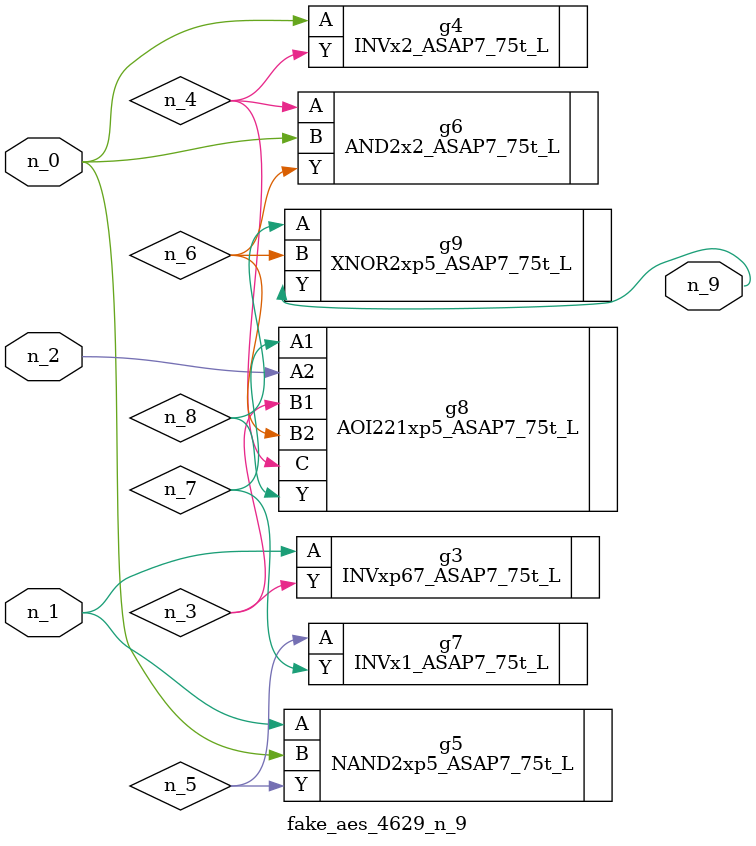
<source format=v>
module fake_aes_4629_n_9 (n_1, n_2, n_0, n_9);
input n_1;
input n_2;
input n_0;
output n_9;
wire n_6;
wire n_4;
wire n_3;
wire n_5;
wire n_7;
wire n_8;
INVxp67_ASAP7_75t_L g3 ( .A(n_1), .Y(n_3) );
INVx2_ASAP7_75t_L g4 ( .A(n_0), .Y(n_4) );
NAND2xp5_ASAP7_75t_L g5 ( .A(n_1), .B(n_0), .Y(n_5) );
AND2x2_ASAP7_75t_L g6 ( .A(n_4), .B(n_0), .Y(n_6) );
INVx1_ASAP7_75t_L g7 ( .A(n_5), .Y(n_7) );
AOI221xp5_ASAP7_75t_L g8 ( .A1(n_7), .A2(n_2), .B1(n_3), .B2(n_6), .C(n_4), .Y(n_8) );
XNOR2xp5_ASAP7_75t_L g9 ( .A(n_8), .B(n_6), .Y(n_9) );
endmodule
</source>
